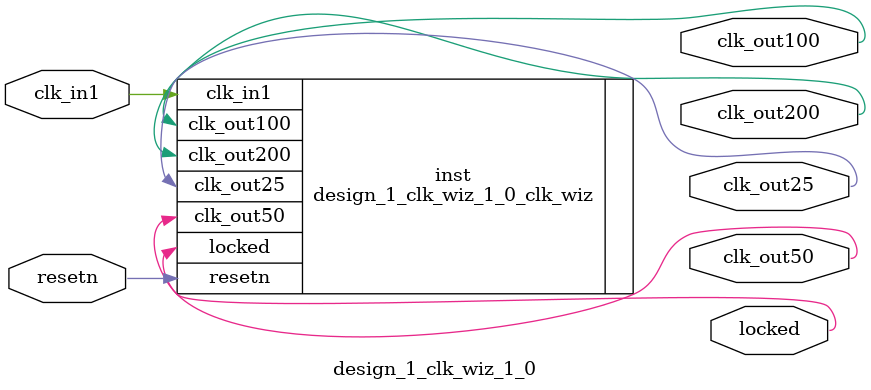
<source format=v>


`timescale 1ps/1ps

(* CORE_GENERATION_INFO = "design_1_clk_wiz_1_0,clk_wiz_v6_0_0_0,{component_name=design_1_clk_wiz_1_0,use_phase_alignment=true,use_min_o_jitter=false,use_max_i_jitter=false,use_dyn_phase_shift=false,use_inclk_switchover=false,use_dyn_reconfig=false,enable_axi=0,feedback_source=FDBK_AUTO,PRIMITIVE=MMCM,num_out_clk=4,clkin1_period=10.000,clkin2_period=10.000,use_power_down=false,use_reset=true,use_locked=true,use_inclk_stopped=false,feedback_type=SINGLE,CLOCK_MGR_TYPE=NA,manual_override=false}" *)

module design_1_clk_wiz_1_0 
 (
  // Clock out ports
  output        clk_out100,
  output        clk_out200,
  output        clk_out50,
  output        clk_out25,
  // Status and control signals
  input         resetn,
  output        locked,
 // Clock in ports
  input         clk_in1
 );

  design_1_clk_wiz_1_0_clk_wiz inst
  (
  // Clock out ports  
  .clk_out100(clk_out100),
  .clk_out200(clk_out200),
  .clk_out50(clk_out50),
  .clk_out25(clk_out25),
  // Status and control signals               
  .resetn(resetn), 
  .locked(locked),
 // Clock in ports
  .clk_in1(clk_in1)
  );

endmodule

</source>
